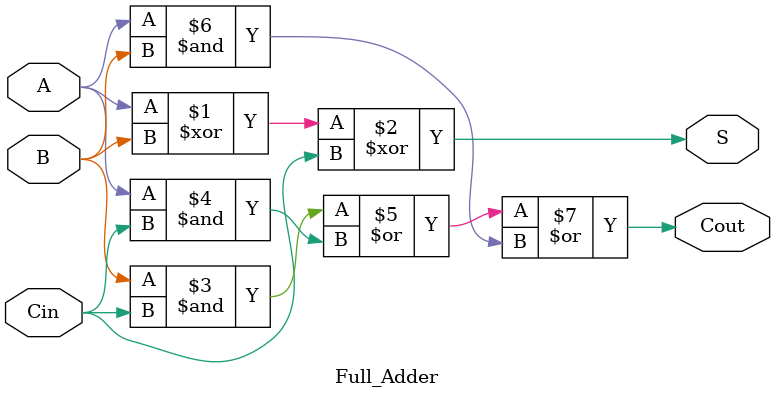
<source format=v>
`timescale 1ns / 1ps


module Full_Adder(
    input A,B,Cin,
    output S,Cout
    );
    
   assign S= (A ^ B ^ Cin);
   assign Cout = ((B & Cin) | (A & Cin)  | ( A & B));
endmodule

</source>
